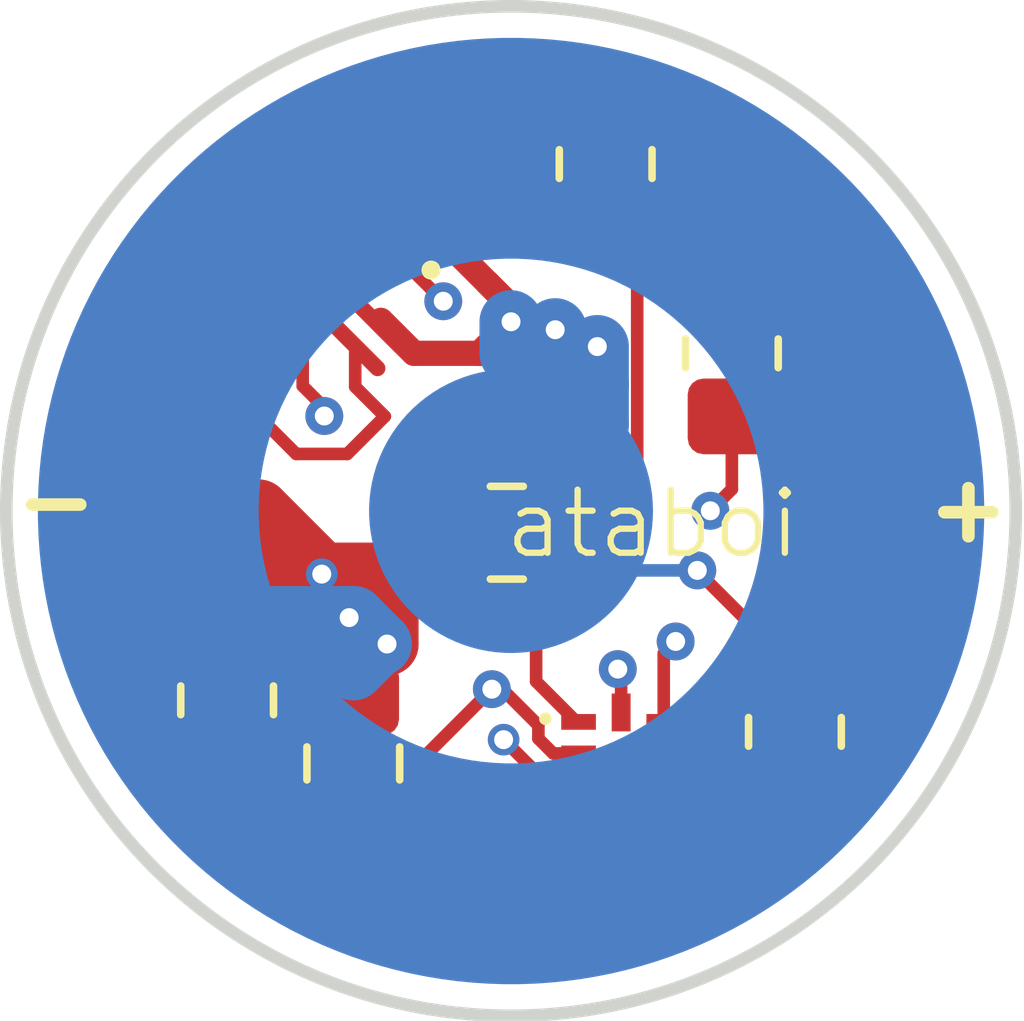
<source format=kicad_pcb>
(kicad_pcb (version 20241229) (generator "pcbnew") (generator_version "9.0")
  (layers (0 "F.Cu" signal) (4 "In1.Cu" signal) (6 "In2.Cu" signal) (2 "B.Cu" signal) (13 "F.Paste" user) (15 "B.Paste" user) (5 "F.SilkS" user "F.Silkscreen") (7 "B.SilkS" user "B.Silkscreen") (1 "F.Mask" user) (3 "B.Mask" user) (25 "Edge.Cuts" user))
  (net 0 "")
  (net 1 "Net-(IC1-DSG)")
  (net 2 "Net-(IC1-VDD)")
  (net 3 "Net-(IC1-CS)")
  (net 4 "Net-(IC1-PACK)")
  (net 5 "Net-(IC1-CHG)")
  (net 6 "CELL-")
  (net 8 "Net-(IC1-BAT)")
  (net 9 "CELL+")
  (net 10 "LINK+")
  (footprint "Resistor_SMD:R_0805_2012Metric_Pad1.20x1.40mm_HandSolder" (layer "F.Cu") (at 154.5 103.5 -90)
    (property "Reference" "R5" (hide yes))
    (property "Value" "2k" (hide yes))
    (fp_line (start -0.227064 0.735) (end 0.227064 0.735) (stroke (width 0.12)) (layer "F.SilkS"))
    (fp_line (start -0.227064 -0.735) (end 0.227064 -0.735) (stroke (width 0.12)) (layer "F.SilkS"))
    (pad "1" smd roundrect (at -1 0 270) (size 1.2 1.4) (layers "F.Cu" "F.Mask" "F.Paste") (roundrect_rratio 0.208333) (net 10 "LINK+"))
    (pad "2" smd roundrect (at 1 0 270) (size 1.2 1.4) (layers "F.Cu" "F.Mask" "F.Paste") (roundrect_rratio 0.208333) (net 4 "Net-(IC1-PACK)"))
  )
  (footprint "Resistor_SMD:R_0805_2012Metric_Pad1.20x1.40mm_HandSolder" (layer "F.Cu") (at 153.5 97.5 90)
    (property "Reference" "R3" (hide yes))
    (property "Value" "330" (hide yes))
    (fp_line (start -0.227064 -0.735) (end 0.227064 -0.735) (stroke (width 0.12)) (layer "F.SilkS"))
    (fp_line (start -0.227064 0.735) (end 0.227064 0.735) (stroke (width 0.12)) (layer "F.SilkS"))
    (pad "1" smd roundrect (at -1 0 90) (size 1.2 1.4) (layers "F.Cu" "F.Mask" "F.Paste") (roundrect_rratio 0.208333) (net 2 "Net-(IC1-VDD)"))
    (pad "2" smd roundrect (at 1 0 90) (size 1.2 1.4) (layers "F.Cu" "F.Mask" "F.Paste") (roundrect_rratio 0.208333) (net 9 "CELL+"))
  )
  (footprint "Capacitor_SMD:C_0805_2012Metric_Pad1.18x1.45mm_HandSolder" (layer "F.Cu") (at 149.933341 100.343552 180)
    (property "Reference" "C1" (hide yes))
    (property "Value" "0.1uF" (hide yes))
    (fp_line (start -0.261252 0.735) (end 0.261252 0.735) (stroke (width 0.12)) (layer "F.SilkS"))
    (fp_line (start -0.261252 -0.735) (end 0.261252 -0.735) (stroke (width 0.12)) (layer "F.SilkS"))
    (pad "1" smd roundrect (at -1.0375 0 180) (size 1.175 1.45) (layers "F.Cu" "F.Mask" "F.Paste") (roundrect_rratio 0.212766) (net 8 "Net-(IC1-BAT)"))
    (pad "2" smd roundrect (at 1.0375 0 180) (size 1.175 1.45) (layers "F.Cu" "F.Mask" "F.Paste") (roundrect_rratio 0.212766) (net 6 "CELL-"))
  )
  (footprint "Resistor_SMD:R_0805_2012Metric_Pad1.20x1.40mm_HandSolder" (layer "F.Cu") (at 145.5 103 90)
    (property "Reference" "R_SEN1" (hide yes))
    (property "Value" "0.001" (hide yes))
    (fp_line (start -0.227064 -0.735) (end 0.227064 -0.735) (stroke (width 0.12)) (layer "F.SilkS"))
    (fp_line (start -0.227064 0.735) (end 0.227064 0.735) (stroke (width 0.12)) (layer "F.SilkS"))
    (pad "1" smd roundrect (at -1 0 90) (size 1.2 1.4) (layers "F.Cu" "F.Mask" "F.Paste") (roundrect_rratio 0.208333) (net 3 "Net-(IC1-CS)"))
    (pad "2" smd roundrect (at 1 0 90) (size 1.2 1.4) (layers "F.Cu" "F.Mask" "F.Paste") (roundrect_rratio 0.208333) (net 6 "CELL-"))
  )
  (footprint "Library:EFC8811RTF" (layer "F.Cu") (at 147 96.5 135)
    (property "Reference" "IC2" (hide yes))
    (property "Value" "EFC8811R-TF" (hide yes))
    (fp_line (start -1 1.4) (end -1 1.4) (stroke (width 0.2)) (layer "F.SilkS"))
    (fp_line (start -1 1.5) (end -1 1.5) (stroke (width 0.2)) (layer "F.SilkS"))
    (fp_line (start -1 1.5) (end -1 1.5) (stroke (width 0.2)) (layer "F.SilkS"))
    (fp_arc (start -1 1.4) (mid -0.95 1.45) (end -1 1.5) (stroke (width 0.2)) (layer "F.SilkS"))
    (fp_arc (start -1 1.4) (mid -0.95 1.45) (end -1 1.5) (stroke (width 0.2)) (layer "F.SilkS"))
    (fp_arc (start -1 1.5) (mid -1.05 1.45) (end -1 1.4) (stroke (width 0.2)) (layer "F.SilkS"))
    (pad "1" smd oval (at -1 0.25 225) (size 0.25 1.25) (layers "F.Cu" "F.Mask" "F.Paste") (net 10 "LINK+"))
    (pad "2" smd circle (at 0 0.25 225) (size 0.25 0.25) (layers "F.Cu" "F.Mask" "F.Paste") (net 1 "Net-(IC1-DSG)"))
    (pad "3" smd oval (at 1 0.25 225) (size 0.25 1.25) (layers "F.Cu" "F.Mask" "F.Paste") (net 10 "LINK+"))
    (pad "4" smd oval (at 1 -0.25 225) (size 0.25 1.25) (layers "F.Cu" "F.Mask" "F.Paste") (net 9 "CELL+"))
    (pad "5" smd circle (at 0 -0.25 225) (size 0.25 0.25) (layers "F.Cu" "F.Mask" "F.Paste") (net 5 "Net-(IC1-CHG)"))
    (pad "6" smd oval (at -1 -0.25 225) (size 0.25 1.25) (layers "F.Cu" "F.Mask" "F.Paste") (net 9 "CELL+"))
  )
  (footprint "Library:ENFITNIX_BAT" (layer "F.Cu") (at 150 100)
    (property "Reference" "J1" (hide yes))
    (property "Value" "~" (hide yes))
    (pad "1" smd custom (at 0 0) (size 1.524 1.524) (layers "B.Cu" "B.Paste") (net 10 "LINK+") (options (clearance outline) (anchor circle)) (primitives (gr_poly (pts (xy -1.143 -0.381) (xy -1.127161 -0.489713) (xy -1.072076 -0.60239) (xy -0.98339 -0.691076) (xy -0.870713 -0.746161) (xy -0.762 -0.762) (xy 0.762 -0.762) (xy 0.870713 -0.746161) (xy 0.98339 -0.691076) (xy 1.072076 -0.60239) (xy 1.127161 -0.489713) (xy 1.143 -0.381) (xy 1.143 0.381) (xy 1.127161 0.489713) (xy 1.072076 0.60239) (xy 0.98339 0.691076) (xy 0.870713 0.746161) (xy 0.762 0.762) (xy -0.762 0.762) (xy -0.870713 0.746161) (xy -0.98339 0.691076) (xy -1.072076 0.60239) (xy -1.127161 0.489713) (xy -1.143 0.381)) (width 0) (fill yes)) (gr_poly (pts (arc (start -2.25 0) (mid 2.25 0) (end -2.25 0))) (width 0) (fill yes))))
    (pad "2" smd custom (at -6 0) (size 1.524 1.524) (layers "B.Cu" "B.Paste") (net 6 "CELL-") (options (clearance outline) (anchor circle)) (primitives (gr_poly (pts (xy -1.143 -0.381) (xy -1.127161 -0.489713) (xy -1.072076 -0.60239) (xy -0.98339 -0.691076) (xy -0.870713 -0.746161) (xy -0.762 -0.762) (xy 0.762 -0.762) (xy 0.870713 -0.746161) (xy 0.98339 -0.691076) (xy 1.072076 -0.60239) (xy 1.127161 -0.489713) (xy 1.143 -0.381) (xy 1.143 0.381) (xy 1.127161 0.489713) (xy 1.072076 0.60239) (xy 0.98339 0.691076) (xy 0.870713 0.746161) (xy 0.762 0.762) (xy -0.762 0.762) (xy -0.870713 0.746161) (xy -0.98339 0.691076) (xy -1.072076 0.60239) (xy -1.127161 0.489713) (xy -1.143 0.381)) (width 0) (fill yes)) (gr_poly (pts (arc (start 2.000412 0) (mid 6.000412 4) (end 10.000412 0)) (arc (start 13.500412 0) (mid 6.000412 7.5) (end -1.499588 0))) (width 0) (fill yes)) (gr_poly (pts (arc (start 10 0) (mid 6 -4) (end 2 0)) (arc (start -1.5 0) (mid 6 -7.5) (end 13.5 0))) (width 0) (fill yes))))
  )
  (footprint "Resistor_SMD:R_0805_2012Metric_Pad1.20x1.40mm_HandSolder" (layer "F.Cu") (at 151.5 94.5 90)
    (property "Reference" "R4" (hide yes))
    (property "Value" "20" (hide yes))
    (fp_line (start -0.227064 -0.735) (end 0.227064 -0.735) (stroke (width 0.12)) (layer "F.SilkS"))
    (fp_line (start -0.227064 0.735) (end 0.227064 0.735) (stroke (width 0.12)) (layer "F.SilkS"))
    (pad "1" smd roundrect (at -1 0 90) (size 1.2 1.4) (layers "F.Cu" "F.Mask" "F.Paste") (roundrect_rratio 0.208333) (net 8 "Net-(IC1-BAT)"))
    (pad "2" smd roundrect (at 1 0 90) (size 1.2 1.4) (layers "F.Cu" "F.Mask" "F.Paste") (roundrect_rratio 0.208333) (net 9 "CELL+"))
  )
  (footprint "Library:ADS7056IRUGR" (layer "F.Cu") (at 151.745186 103.84223)
    (property "Reference" "IC1" (hide yes))
    (property "Value" "BQ298218RUGR" (hide yes))
    (fp_line (start -1.2 -0.6) (end -1.2 -0.6) (stroke (width 0.1)) (layer "F.SilkS"))
    (fp_line (start -1.2 -0.5) (end -1.2 -0.5) (stroke (width 0.1)) (layer "F.SilkS"))
    (fp_arc (start -1.2 -0.6) (mid -1.15 -0.55) (end -1.2 -0.5) (stroke (width 0.1)) (layer "F.SilkS"))
    (fp_arc (start -1.2 -0.5) (mid -1.25 -0.55) (end -1.2 -0.6) (stroke (width 0.1)) (layer "F.SilkS"))
    (pad "1" smd rect (at -0.675 -0.5 90) (size 0.25 0.55) (layers "F.Cu" "F.Mask" "F.Paste") (net 8 "Net-(IC1-BAT)"))
    (pad "2" smd rect (at -0.675 0 90) (size 0.25 0.55) (layers "F.Cu" "F.Mask" "F.Paste") (net 2 "Net-(IC1-VDD)"))
    (pad "3" smd rect (at -0.675 0.5 90) (size 0.25 0.55) (layers "F.Cu" "F.Mask" "F.Paste") (net 6 "CELL-"))
    (pad "4" smd rect (at 0 0.65) (size 0.3 0.6) (layers "F.Cu" "F.Mask" "F.Paste") (net 3 "Net-(IC1-CS)"))
    (pad "5" smd rect (at 0.675 0.5 90) (size 0.25 0.55) (layers "F.Cu" "F.Mask" "F.Paste"))
    (pad "6" smd rect (at 0.675 0 90) (size 0.25 0.55) (layers "F.Cu" "F.Mask" "F.Paste") (net 4 "Net-(IC1-PACK)"))
    (pad "7" smd rect (at 0.675 -0.5 90) (size 0.25 0.55) (layers "F.Cu" "F.Mask" "F.Paste") (net 1 "Net-(IC1-DSG)"))
    (pad "8" smd rect (at 0 -0.65) (size 0.3 0.6) (layers "F.Cu" "F.Mask" "F.Paste") (net 5 "Net-(IC1-CHG)"))
  )
  (footprint "Library:CELL_LEAD_CONN" (layer "F.Cu") (at 150 100)
    (property "Reference" "J2" (hide yes))
    (property "Value" "~" (hide yes))
    (pad "1" smd roundrect (at 5.5 0) (size 2 2) (layers "F.Cu" "F.Mask" "F.Paste") (roundrect_rratio 0.15) (net 9 "CELL+"))
    (pad "2" smd roundrect (at -5.5 0) (size 2 2) (layers "F.Cu" "F.Mask" "F.Paste") (roundrect_rratio 0.15) (net 6 "CELL-"))
  )
  (footprint "Capacitor_SMD:C_0805_2012Metric_Pad1.18x1.45mm_HandSolder" (layer "F.Cu") (at 147.5 104 -90)
    (property "Reference" "C2" (hide yes))
    (property "Value" "0.1uF" (hide yes))
    (fp_line (start -0.261252 0.735) (end 0.261252 0.735) (stroke (width 0.12)) (layer "F.SilkS"))
    (fp_line (start -0.261252 -0.735) (end 0.261252 -0.735) (stroke (width 0.12)) (layer "F.SilkS"))
    (pad "1" smd roundrect (at -1.0375 0 270) (size 1.175 1.45) (layers "F.Cu" "F.Mask" "F.Paste") (roundrect_rratio 0.212766) (net 6 "CELL-"))
    (pad "2" smd roundrect (at 1.0375 0 270) (size 1.175 1.45) (layers "F.Cu" "F.Mask" "F.Paste") (roundrect_rratio 0.212766) (net 2 "Net-(IC1-VDD)"))
  )
  (gr_circle (center 150 100) (end 158 100) (stroke (width 0.2)) (fill no) (layer "Edge.Cuts"))
  (gr_text "ataboi" (at 149.84632 100.788894 0) (layer "F.SilkS") (effects (font (size 1 1) (thickness 0.1)) (justify left bottom)))
  (gr_text "-" (at 142.040207 100.914761 0) (layer "F.SilkS") (effects (font (size 2 1) (thickness 0.2) (bold yes)) (justify left bottom)))
  (gr_text "+" (at 156.498904 100.532473 0) (layer "F.SilkS") (effects (font (size 1 1) (thickness 0.2) (bold yes)) (justify left bottom)))
  (segment (start 148.449378 96.198223) (end 147.301777 96.198223) (width 0.2) (layer "F.Cu") (net 1))
  (segment (start 152.420186 102.256755) (end 152.609304 102.067637) (width 0.2) (layer "F.Cu") (net 1))
  (segment (start 148.92584 96.674685) (end 148.449378 96.198223) (width 0.2) (layer "F.Cu") (net 1))
  (segment (start 152.420186 103.34223) (end 152.420186 102.256755) (width 0.2) (layer "F.Cu") (net 1))
  (segment (start 147.301777 96.198223) (end 147.176777 96.323223) (width 0.2) (layer "F.Cu") (net 1))
  (via (at 148.92584 96.674685) (size 0.6) (drill 0.3) (layers "F.Cu" "B.Cu") (net 1))
  (via (at 152.609304 102.067637) (size 0.6) (drill 0.3) (layers "F.Cu" "B.Cu") (net 1))
  (segment (start 153.5 99.654515) (end 153.158606 99.995909) (width 0.2) (layer "F.Cu") (net 2))
  (segment (start 151.070186 103.84223) (end 150.667839 103.84223) (width 0.2) (layer "F.Cu") (net 2))
  (segment (start 150.433288 103.607679) (end 150.433288 103.395547) (width 0.2) (layer "F.Cu") (net 2))
  (segment (start 149.861371 102.82363) (end 149.69576 102.82363) (width 0.2) (layer "F.Cu") (net 2))
  (segment (start 150.433288 103.395547) (end 149.861371 102.82363) (width 0.2) (layer "F.Cu") (net 2))
  (segment (start 147.5 105.01939) (end 149.69576 102.82363) (width 0.2) (layer "F.Cu") (net 2))
  (segment (start 150.667839 103.84223) (end 150.433288 103.607679) (width 0.2) (layer "F.Cu") (net 2))
  (segment (start 153.5 98.5) (end 153.5 99.654515) (width 0.2) (layer "F.Cu") (net 2))
  (segment (start 147.5 105.0375) (end 147.5 105.01939) (width 0.2) (layer "F.Cu") (net 2))
  (via (at 149.69576 102.82363) (size 0.6) (drill 0.3) (layers "F.Cu" "B.Cu") (net 2))
  (via (at 153.158606 99.995909) (size 0.6) (drill 0.3) (layers "F.Cu" "B.Cu") (net 2))
  (segment (start 151 106.5) (end 151.745186 105.754814) (width 0.2) (layer "F.Cu") (net 3))
  (segment (start 147 106.5) (end 151 106.5) (width 0.2) (layer "F.Cu") (net 3))
  (segment (start 145.5 105) (end 147 106.5) (width 0.2) (layer "F.Cu") (net 3))
  (segment (start 145.5 104) (end 145.5 105) (width 0.2) (layer "F.Cu") (net 3))
  (segment (start 151.745186 105.754814) (end 151.745186 104.49223) (width 0.2) (layer "F.Cu") (net 3))
  (segment (start 152.420186 103.84223) (end 153.84223 103.84223) (width 0.2) (layer "F.Cu") (net 4))
  (segment (start 153.84223 103.84223) (end 154.5 104.5) (width 0.2) (layer "F.Cu") (net 4))
  (segment (start 146.698223 96.801777) (end 146.823223 96.676777) (width 0.2) (layer "F.Cu") (net 5))
  (segment (start 147.040081 98.360503) (end 146.698223 98.018645) (width 0.2) (layer "F.Cu") (net 5))
  (segment (start 151.745186 103.19223) (end 151.745186 102.55837) (width 0.2) (layer "F.Cu") (net 5))
  (segment (start 151.745186 102.55837) (end 151.692209 102.505393) (width 0.2) (layer "F.Cu") (net 5))
  (segment (start 146.698223 98.018645) (end 146.698223 96.801777) (width 0.2) (layer "F.Cu") (net 5))
  (segment (start 147.040081 98.493909) (end 147.040081 98.360503) (width 0.2) (layer "F.Cu") (net 5))
  (via (at 151.692209 102.505393) (size 0.6) (drill 0.3) (layers "F.Cu" "B.Cu") (net 5))
  (via (at 147.040081 98.493909) (size 0.6) (drill 0.3) (layers "F.Cu" "B.Cu") (net 5))
  (segment (start 144.5 100) (end 146 100) (width 1) (layer "F.Cu") (net 6))
  (segment (start 144.5 100) (end 144.5 101) (width 1) (layer "F.Cu") (net 6))
  (segment (start 145.5 102) (end 146.5375 102) (width 1) (layer "F.Cu") (net 6))
  (segment (start 147 101) (end 148.239393 101) (width 1) (layer "F.Cu") (net 6))
  (segment (start 146.5375 102) (end 147.5 102.9625) (width 1) (layer "F.Cu") (net 6))
  (segment (start 150.600739 104.34223) (end 151.070186 104.34223) (width 0.2) (layer "F.Cu") (net 6))
  (segment (start 148.03456 101.204833) (end 148.895841 100.343552) (width 1) (layer "F.Cu") (net 6))
  (segment (start 147 101) (end 147 101.255475) (width 1) (layer "F.Cu") (net 6))
  (segment (start 148.239393 101) (end 148.895841 100.343552) (width 1) (layer "F.Cu") (net 6))
  (segment (start 147.433821 101.689296) (end 147.615863 101.689296) (width 1) (layer "F.Cu") (net 6))
  (segment (start 147.433821 101.689296) (end 147.433821 102.896321) (width 1) (layer "F.Cu") (net 6))
  (segment (start 144.5 101) (end 145.5 102) (width 1) (layer "F.Cu") (net 6))
  (segment (start 147.615863 101.689296) (end 148.03456 102.107993) (width 1) (layer "F.Cu") (net 6))
  (segment (start 146 100) (end 147 101) (width 1) (layer "F.Cu") (net 6))
  (segment (start 147 101.255475) (end 147.433821 101.689296) (width 1) (layer "F.Cu") (net 6))
  (segment (start 146.5 101) (end 145.5 102) (width 1) (layer "F.Cu") (net 6))
  (segment (start 147 101) (end 146.5 101) (width 1) (layer "F.Cu") (net 6))
  (segment (start 149.882288 103.623779) (end 150.600739 104.34223) (width 0.2) (layer "F.Cu") (net 6))
  (segment (start 148.03456 102.107993) (end 148.03456 101.204833) (width 1) (layer "F.Cu") (net 6))
  (segment (start 147.433821 102.896321) (end 147.5 102.9625) (width 1) (layer "F.Cu") (net 6))
  (via (at 149.882288 103.623779) (size 0.5) (drill 0.3) (layers "F.Cu" "B.Cu") (net 6))
  (via (at 147 101) (size 0.5) (drill 0.3) (layers "F.Cu" "B.Cu") (net 6))
  (via (at 147.433821 101.689296) (size 0.5) (drill 0.3) (layers "F.Cu" "B.Cu") (net 6))
  (via (at 148.03456 102.107993) (size 0.5) (drill 0.3) (layers "F.Cu" "B.Cu") (net 6))
  (segment (start 146.925 101.925) (end 147.5 102.5) (width 1) (layer "B.Cu") (net 6))
  (segment (start 145.372145 101.372145) (end 144 100) (width 1) (layer "B.Cu") (net 6))
  (segment (start 147.927668 102.107993) (end 147.508971 101.689296) (width 1) (layer "B.Cu") (net 6))
  (segment (start 147.5 102.5) (end 147.892007 102.107993) (width 1) (layer "B.Cu") (net 6))
  (segment (start 145.689296 101.689296) (end 144 100) (width 1) (layer "B.Cu") (net 6))
  (segment (start 147.508971 101.689296) (end 147.433821 101.689296) (width 1) (layer "B.Cu") (net 6))
  (segment (start 145.815639 101.815639) (end 144 100) (width 1) (layer "B.Cu") (net 6))
  (segment (start 147.892007 102.107993) (end 147.927668 102.107993) (width 1) (layer "B.Cu") (net 6))
  (segment (start 147.433821 101.689296) (end 145.689296 101.689296) (width 1) (layer "B.Cu") (net 6))
  (segment (start 146.255137 102.255137) (end 144 100) (width 1) (layer "B.Cu") (net 6))
  (segment (start 152 99.314393) (end 152 96) (width 0.2) (layer "F.Cu") (net 8))
  (segment (start 150.397813 102.701584) (end 150.397813 100.91658) (width 0.2) (layer "F.Cu") (net 8))
  (segment (start 150.397813 100.91658) (end 150.970841 100.343552) (width 0.2) (layer "F.Cu") (net 8))
  (segment (start 152 96) (end 151.5 95.5) (width 0.2) (layer "F.Cu") (net 8))
  (segment (start 150.970841 100.343552) (end 152 99.314393) (width 0.2) (layer "F.Cu") (net 8))
  (segment (start 151.038459 103.34223) (end 150.397813 102.701584) (width 0.2) (layer "F.Cu") (net 8))
  (segment (start 151.070186 103.34223) (end 151.038459 103.34223) (width 0.2) (layer "F.Cu") (net 8))
  (segment (start 148 98.5) (end 147.405091 99.094909) (width 0.2) (layer "F.Cu") (net 9))
  (segment (start 145 95.5) (end 147 93.5) (width 0.4) (layer "F.Cu") (net 9))
  (segment (start 147.53033 97.383883) (end 147.53033 98.03033) (width 0.2) (layer "F.Cu") (net 9))
  (segment (start 145 97.5) (end 145 96.5) (width 0.2) (layer "F.Cu") (net 9))
  (segment (start 155.5 97) (end 155 96.5) (width 1) (layer "F.Cu") (net 9))
  (segment (start 153.5 96.5) (end 153.5 94.8) (width 1) (layer "F.Cu") (net 9))
  (segment (start 155 96.5) (end 153.5 96.5) (width 1) (layer "F.Cu") (net 9))
  (segment (start 147 93.5) (end 151.5 93.5) (width 0.4) (layer "F.Cu") (net 9))
  (segment (start 146.097732 95.988055) (end 145.585787 96.5) (width 0.4) (layer "F.Cu") (net 9))
  (segment (start 147.405091 99.094909) (end 146.594909 99.094909) (width 0.2) (layer "F.Cu") (net 9))
  (segment (start 145.585787 96.5) (end 145 96.5) (width 0.4) (layer "F.Cu") (net 9))
  (segment (start 155.5 100) (end 155.5 97) (width 1) (layer "F.Cu") (net 9))
  (segment (start 153.5 94.8) (end 152.2 93.5) (width 1) (layer "F.Cu") (net 9))
  (segment (start 147.53033 98.03033) (end 148 98.5) (width 0.2) (layer "F.Cu") (net 9))
  (segment (start 146.594909 99.094909) (end 145 97.5) (width 0.2) (layer "F.Cu") (net 9))
  (segment (start 145 96.5) (end 145 95.5) (width 0.4) (layer "F.Cu") (net 9))
  (segment (start 152.2 93.5) (end 151.5 93.5) (width 1) (layer "F.Cu") (net 9))
  (segment (start 150 97) (end 149.5 97.5) (width 0.4) (layer "F.Cu") (net 10))
  (segment (start 150.700291 97.126197) (end 149.873803 97.126197) (width 0.4) (layer "F.Cu") (net 10))
  (segment (start 148.805603 95.563084) (end 146.522703 95.563084) (width 0.4) (layer "F.Cu") (net 10))
  (segment (start 149.873803 97.126197) (end 149.5 97.5) (width 0.4) (layer "F.Cu") (net 10))
  (segment (start 148.459619 97.5) (end 147.936916 96.977297) (width 0.4) (layer "F.Cu") (net 10))
  (segment (start 149.606808 97.393192) (end 149.5 97.5) (width 0.4) (layer "F.Cu") (net 10))
  (segment (start 149.5 97.5) (end 148.459619 97.5) (width 0.4) (layer "F.Cu") (net 10))
  (segment (start 151.367779 97.393192) (end 150.635712 97.393192) (width 0.4) (layer "F.Cu") (net 10))
  (segment (start 150 96.757481) (end 149.62126 96.37874) (width 0.4) (layer "F.Cu") (net 10))
  (segment (start 150.635712 97.393192) (end 149.62126 96.37874) (width 0.4) (layer "F.Cu") (net 10))
  (segment (start 152.952422 100.940885) (end 152.952422 100.952422) (width 0.2) (layer "F.Cu") (net 10))
  (segment (start 152.893307 101) (end 152.952422 100.940885) (width 0.2) (layer "F.Cu") (net 10))
  (segment (start 150.700291 97.126197) (end 150.368717 97.126197) (width 0.4) (layer "F.Cu") (net 10))
  (segment (start 150.368717 97.126197) (end 149.62126 96.37874) (width 0.4) (layer "F.Cu") (net 10))
  (segment (start 149.62126 96.37874) (end 148.805603 95.563084) (width 0.4) (layer "F.Cu") (net 10))
  (segment (start 151.367779 97.393192) (end 149.606808 97.393192) (width 0.4) (layer "F.Cu") (net 10))
  (segment (start 152.952422 100.952422) (end 154.5 102.5) (width 0.2) (layer "F.Cu") (net 10))
  (segment (start 150 97) (end 150 96.757481) (width 0.4) (layer "F.Cu") (net 10))
  (via (at 150 97) (size 0.6) (drill 0.3) (layers "F.Cu" "B.Cu") (net 10))
  (via (at 152.952422 100.940885) (size 0.6) (drill 0.3) (layers "F.Cu" "B.Cu") (net 10))
  (via (at 150.700291 97.126197) (size 0.6) (drill 0.3) (layers "F.Cu" "B.Cu") (net 10))
  (via (at 151.367779 97.393192) (size 0.6) (drill 0.3) (layers "F.Cu" "B.Cu") (net 10))
  (segment (start 152.952422 100.940885) (end 150.940885 100.940885) (width 0.2) (layer "B.Cu") (net 10))
  (segment (start 150.700291 99.299709) (end 150 100) (width 1) (layer "B.Cu") (net 10))
  (segment (start 151.367779 98) (end 151.367779 98.632221) (width 1) (layer "B.Cu") (net 10))
  (segment (start 150.940885 100.940885) (end 150 100) (width 0.2) (layer "B.Cu") (net 10))
  (segment (start 151.367779 97.393192) (end 151.367779 98) (width 1) (layer "B.Cu") (net 10))
  (segment (start 150 97.5) (end 150 97) (width 1) (layer "B.Cu") (net 10))
  (segment (start 151.367779 98.632221) (end 150 100) (width 1) (layer "B.Cu") (net 10))
  (segment (start 150.5 98) (end 150 97.5) (width 1) (layer "B.Cu") (net 10))
  (segment (start 151.367779 98) (end 150.5 98) (width 1) (layer "B.Cu") (net 10))
  (segment (start 150.700291 97.126197) (end 150.700291 99.299709) (width 1) (layer "B.Cu") (net 10))
)
</source>
